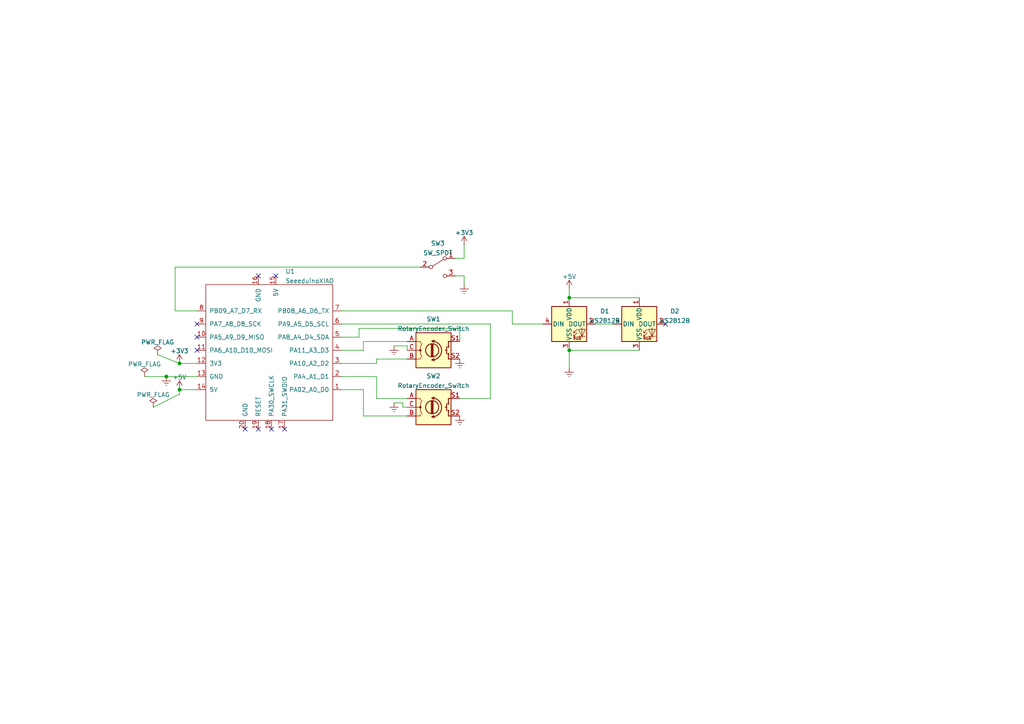
<source format=kicad_sch>
(kicad_sch (version 20211123) (generator eeschema)
  (paper "A4")
  (lib_symbols
    (symbol "Device:RotaryEncoder_Switch" (pin_names (offset 0.254) hide)
      (property "Reference" "SW" (at 0 6.604 0))
      (property "Value" "RotaryEncoder_Switch" (at 0 -6.604 0))
      (symbol "RotaryEncoder_Switch_0_1"
        (rectangle (start -5.08 5.08) (end 5.08 -5.08) (stroke (width 0.254)) (fill (type background)))
        (circle (center -3.81 0) (radius 0.254) (fill (type outline)))
        (arc (start -0.381 -2.794) (mid 2.3622 -0.0635) (end -0.381 2.667) (stroke (width 0.254)))
        (circle (center -0.381 0) (radius 1.905) (stroke (width 0.254)))
        (polyline (pts (xy -0.635 -1.778) (xy -0.635 1.778)) (stroke (width 0.254)))
        (polyline (pts (xy -0.381 -1.778) (xy -0.381 1.778)) (stroke (width 0.254)))
        (polyline (pts (xy -0.127 1.778) (xy -0.127 -1.778)) (stroke (width 0.254)))
        (polyline (pts (xy 3.81 0) (xy 3.429 0)) (stroke (width 0.254)))
        (polyline (pts (xy 3.81 1.016) (xy 3.81 -1.016)) (stroke (width 0.254)))
        (polyline (pts (xy -5.08 -2.54) (xy -3.81 -2.54) (xy -3.81 -2.032)))
        (polyline (pts (xy -5.08 2.54) (xy -3.81 2.54) (xy -3.81 2.032)))
        (polyline (pts (xy 0.254 -3.048) (xy -0.508 -2.794) (xy 0.127 -2.413)) (stroke (width 0.254)))
        (polyline (pts (xy 0.254 2.921) (xy -0.508 2.667) (xy 0.127 2.286)) (stroke (width 0.254)))
        (polyline (pts (xy 5.08 -2.54) (xy 4.318 -2.54) (xy 4.318 -1.016)) (stroke (width 0.254)))
        (polyline (pts (xy 5.08 2.54) (xy 4.318 2.54) (xy 4.318 1.016)) (stroke (width 0.254)))
        (polyline (pts (xy -5.08 0) (xy -3.81 0) (xy -3.81 -1.016) (xy -3.302 -2.032)))
        (polyline (pts (xy -4.318 0) (xy -3.81 0) (xy -3.81 1.016) (xy -3.302 2.032)))
        (circle (center 4.318 -1.016) (radius 0.127) (stroke (width 0.254)))
        (circle (center 4.318 1.016) (radius 0.127) (stroke (width 0.254)))
      )
      (symbol "RotaryEncoder_Switch_1_1"
        (pin passive line (at -7.62 2.54 0) (length 2.54) (name "A") (number "A"))
        (pin passive line (at -7.62 -2.54 0) (length 2.54) (name "B") (number "B"))
        (pin passive line (at -7.62 0 0) (length 2.54) (name "C") (number "C"))
        (pin passive line (at 7.62 2.54 180) (length 2.54) (name "S1") (number "S1"))
        (pin passive line (at 7.62 -2.54 180) (length 2.54) (name "S2") (number "S2"))
      )
    )
    (symbol "LED:WS2812B" (pin_names (offset 0.254))
      (property "Reference" "D" (at 5.08 5.715 0))
      (property "Value" "WS2812B" (at 1.27 -5.715 0))
      (symbol "WS2812B_0_0"
        (text "RGB" (at 2.286 -4.191 0) (effects (font (size 0.762 0.762))))
      )
      (symbol "WS2812B_0_1"
        (polyline (pts (xy 1.27 -3.556) (xy 1.778 -3.556)))
        (polyline (pts (xy 1.27 -2.54) (xy 1.778 -2.54)))
        (polyline (pts (xy 4.699 -3.556) (xy 2.667 -3.556)))
        (polyline (pts (xy 2.286 -2.54) (xy 1.27 -3.556) (xy 1.27 -3.048)))
        (polyline (pts (xy 2.286 -1.524) (xy 1.27 -2.54) (xy 1.27 -2.032)))
        (polyline (pts (xy 3.683 -1.016) (xy 3.683 -3.556) (xy 3.683 -4.064)))
        (polyline (pts (xy 4.699 -1.524) (xy 2.667 -1.524) (xy 3.683 -3.556) (xy 4.699 -1.524)))
        (rectangle (start 5.08 5.08) (end -5.08 -5.08) (stroke (width 0.254)) (fill (type background)))
      )
      (symbol "WS2812B_1_1"
        (pin power_in line (at 0 7.62 270) (length 2.54) (name "VDD") (number "1"))
        (pin output line (at 7.62 0 180) (length 2.54) (name "DOUT") (number "2"))
        (pin power_in line (at 0 -7.62 90) (length 2.54) (name "VSS") (number "3"))
        (pin input line (at -7.62 0 0) (length 2.54) (name "DIN") (number "4"))
      )
    )
    (symbol "Seeeduino XIAO:SeeeduinoXIAO" (pin_names (offset 1.016))
      (property "Reference" "U" (at -19.05 22.86 0))
      (property "Value" "SeeeduinoXIAO" (at -12.7 21.59 0))
      (symbol "SeeeduinoXIAO_0_1"
        (rectangle (start -19.05 20.32) (end 17.78 -19.05))
      )
      (symbol "SeeeduinoXIAO_1_1"
        (pin unspecified line (at -21.59 11.43 0) (length 2.54) (name "PA02_A0_D0") (number "1"))
        (pin unspecified line (at 20.32 -3.81 180) (length 2.54) (name "PA5_A9_D9_MISO") (number "10"))
        (pin unspecified line (at 20.32 0 180) (length 2.54) (name "PA6_A10_D10_MOSI") (number "11"))
        (pin unspecified line (at 20.32 3.81 180) (length 2.54) (name "3V3") (number "12"))
        (pin unspecified line (at 20.32 7.62 180) (length 2.54) (name "GND") (number "13"))
        (pin unspecified line (at 20.32 11.43 180) (length 2.54) (name "5V") (number "14"))
        (pin input line (at -2.54 -21.59 90) (length 2.54) (name "5V") (number "15"))
        (pin input line (at 2.54 -21.59 90) (length 2.54) (name "GND") (number "16"))
        (pin input line (at -5.08 22.86 270) (length 2.54) (name "PA31_SWDIO") (number "17"))
        (pin input line (at -1.27 22.86 270) (length 2.54) (name "PA30_SWCLK") (number "18"))
        (pin input line (at 2.54 22.86 270) (length 2.54) (name "RESET") (number "19"))
        (pin unspecified line (at -21.59 7.62 0) (length 2.54) (name "PA4_A1_D1") (number "2"))
        (pin input line (at 6.35 22.86 270) (length 2.54) (name "GND") (number "20"))
        (pin unspecified line (at -21.59 3.81 0) (length 2.54) (name "PA10_A2_D2") (number "3"))
        (pin unspecified line (at -21.59 0 0) (length 2.54) (name "PA11_A3_D3") (number "4"))
        (pin unspecified line (at -21.59 -3.81 0) (length 2.54) (name "PA8_A4_D4_SDA") (number "5"))
        (pin unspecified line (at -21.59 -7.62 0) (length 2.54) (name "PA9_A5_D5_SCL") (number "6"))
        (pin unspecified line (at -21.59 -11.43 0) (length 2.54) (name "PB08_A6_D6_TX") (number "7"))
        (pin unspecified line (at 20.32 -11.43 180) (length 2.54) (name "PB09_A7_D7_RX") (number "8"))
        (pin unspecified line (at 20.32 -7.62 180) (length 2.54) (name "PA7_A8_D8_SCK") (number "9"))
      )
    )
    (symbol "Switch:SW_SPDT" (pin_names (offset 0) hide)
      (property "Reference" "SW" (at 0 4.318 0))
      (property "Value" "SW_SPDT" (at 0 -5.08 0))
      (symbol "SW_SPDT_0_0"
        (circle (center -2.032 0) (radius 0.508))
        (circle (center 2.032 -2.54) (radius 0.508))
      )
      (symbol "SW_SPDT_0_1"
        (polyline (pts (xy -1.524 0.254) (xy 1.651 2.286)))
        (circle (center 2.032 2.54) (radius 0.508))
      )
      (symbol "SW_SPDT_1_1"
        (pin passive line (at 5.08 2.54 180) (length 2.54) (name "A") (number "1"))
        (pin passive line (at -5.08 0 0) (length 2.54) (name "B") (number "2"))
        (pin passive line (at 5.08 -2.54 180) (length 2.54) (name "C") (number "3"))
      )
    )
    (symbol "power:+3V3" (power) (pin_names (offset 0))
      (property "Value" "+3V3" (at 0 3.556 0))
      (symbol "+3V3_0_1"
        (polyline (pts (xy -0.762 1.27) (xy 0 2.54)))
        (polyline (pts (xy 0 0) (xy 0 2.54)))
        (polyline (pts (xy 0 2.54) (xy 0.762 1.27)))
      )
      (symbol "+3V3_1_1"
        (pin power_in line (at 0 0 90) (length 0) hide (name "+3V3") (number "1"))
      )
    )
    (symbol "power:+5V" (power) (pin_names (offset 0))
      (property "Value" "+5V" (at 0 3.556 0))
      (symbol "+5V_0_1"
        (polyline (pts (xy -0.762 1.27) (xy 0 2.54)))
        (polyline (pts (xy 0 0) (xy 0 2.54)))
        (polyline (pts (xy 0 2.54) (xy 0.762 1.27)))
      )
      (symbol "+5V_1_1"
        (pin power_in line (at 0 0 90) (length 0) hide (name "+5V") (number "1"))
      )
    )
    (symbol "power:Earth" (power) (pin_names (offset 0))
      (symbol "Earth_0_1"
        (polyline (pts (xy -0.635 -1.905) (xy 0.635 -1.905)))
        (polyline (pts (xy -0.127 -2.54) (xy 0.127 -2.54)))
        (polyline (pts (xy 0 -1.27) (xy 0 0)))
        (polyline (pts (xy 1.27 -1.27) (xy -1.27 -1.27)))
      )
      (symbol "Earth_1_1"
        (pin power_in line (at 0 0 270) (length 0) hide (name "Earth") (number "1"))
      )
    )
    (symbol "power:PWR_FLAG" (power) (pin_numbers hide) (pin_names (offset 0) hide)
      (property "Value" "PWR_FLAG" (at 0 3.81 0))
      (symbol "PWR_FLAG_0_0"
        (pin power_out line (at 0 0 90) (length 0) (name "pwr") (number "1"))
      )
      (symbol "PWR_FLAG_0_1"
        (polyline (pts (xy 0 0) (xy 0 1.27) (xy -1.016 1.905) (xy 0 2.54) (xy 1.016 1.905) (xy 0 1.27)))
      )
    )
  )
  (junction (at 48.26 109.22))
  (junction (at 52.07 113.03))
  (junction (at 165.1 86.36))
  (junction (at 165.1 101.6))
  (junction (at 52.07 105.41))
  (no_connect (at 74.93 80.01))
  (no_connect (at 57.15 97.79))
  (no_connect (at 57.15 93.98))
  (no_connect (at 57.15 101.6))
  (no_connect (at 74.93 124.46))
  (no_connect (at 71.12 124.46))
  (no_connect (at 78.74 124.46))
  (no_connect (at 82.55 124.46))
  (no_connect (at 80.01 80.01))
  (no_connect (at 193.04 93.98))
  (wire (pts (xy 99.06 113.03) (xy 105.41 113.03)))
  (wire (pts (xy 165.1 86.36) (xy 185.42 86.36)))
  (wire (pts (xy 134.62 71.12) (xy 134.62 74.93)))
  (wire (pts (xy 118.11 100.33) (xy 114.3 100.33)))
  (wire (pts (xy 52.07 114.3) (xy 52.07 113.03)))
  (wire (pts (xy 41.91 109.22) (xy 48.26 109.22)))
  (wire (pts (xy 99.06 105.41) (xy 109.22 105.41)))
  (wire (pts (xy 142.24 115.57) (xy 142.24 93.98)))
  (wire (pts (xy 109.22 105.41) (xy 109.22 104.14)))
  (wire (pts (xy 44.45 118.11) (xy 52.07 114.3)))
  (wire (pts (xy 118.11 99.06) (xy 105.41 99.06)))
  (wire (pts (xy 133.35 115.57) (xy 142.24 115.57)))
  (wire (pts (xy 133.35 99.06) (xy 133.35 95.25)))
  (wire (pts (xy 48.26 109.22) (xy 57.15 109.22)))
  (wire (pts (xy 172.72 93.98) (xy 177.8 93.98)))
  (wire (pts (xy 99.06 109.22) (xy 109.22 109.22)))
  (wire (pts (xy 148.59 93.98) (xy 148.59 90.17)))
  (wire (pts (xy 104.14 95.25) (xy 104.14 97.79)))
  (wire (pts (xy 52.07 113.03) (xy 57.15 113.03)))
  (wire (pts (xy 116.84 118.11) (xy 116.84 116.84)))
  (wire (pts (xy 121.92 77.47) (xy 50.8 77.47)))
  (wire (pts (xy 105.41 99.06) (xy 105.41 101.6)))
  (wire (pts (xy 109.22 115.57) (xy 118.11 115.57)))
  (wire (pts (xy 105.41 101.6) (xy 99.06 101.6)))
  (wire (pts (xy 118.11 120.65) (xy 105.41 120.65)))
  (wire (pts (xy 133.35 95.25) (xy 104.14 95.25)))
  (wire (pts (xy 52.07 105.41) (xy 57.15 105.41)))
  (wire (pts (xy 132.08 74.93) (xy 134.62 74.93)))
  (wire (pts (xy 109.22 109.22) (xy 109.22 115.57)))
  (wire (pts (xy 118.11 101.6) (xy 118.11 100.33)))
  (wire (pts (xy 105.41 113.03) (xy 105.41 120.65)))
  (wire (pts (xy 134.62 80.01) (xy 134.62 82.55)))
  (wire (pts (xy 50.8 77.47) (xy 50.8 90.17)))
  (wire (pts (xy 165.1 101.6) (xy 185.42 101.6)))
  (wire (pts (xy 148.59 90.17) (xy 99.06 90.17)))
  (wire (pts (xy 142.24 93.98) (xy 99.06 93.98)))
  (wire (pts (xy 165.1 83.82) (xy 165.1 86.36)))
  (wire (pts (xy 148.59 93.98) (xy 157.48 93.98)))
  (wire (pts (xy 118.11 118.11) (xy 116.84 118.11)))
  (wire (pts (xy 116.84 116.84) (xy 114.3 116.84)))
  (wire (pts (xy 132.08 80.01) (xy 134.62 80.01)))
  (wire (pts (xy 45.72 102.87) (xy 52.07 105.41)))
  (wire (pts (xy 50.8 90.17) (xy 57.15 90.17)))
  (wire (pts (xy 104.14 97.79) (xy 99.06 97.79)))
  (wire (pts (xy 109.22 104.14) (xy 118.11 104.14)))
  (wire (pts (xy 165.1 101.6) (xy 165.1 106.68)))
  (symbol (lib_id "Device:RotaryEncoder_Switch") (at 125.73 118.11 0) (unit 1)
    (property "Reference" "SW2" (at 125.73 109.0635 0))
    (property "Value" "RotaryEncoder_Switch" (at 125.73 111.8386 0))
    (property "Footprint" "Rotary_Encoder:RotaryEncoder_Alps_EC12E-Switch_Vertical_H20mm" (effects hide))
  )
  (symbol (lib_id "power:Earth") (at 114.3 100.33 0) (unit 1)
    (property "Reference" "#PWR04" (effects hide))
    (property "Value" "Earth" (effects hide))
  )
  (symbol (lib_id "Device:RotaryEncoder_Switch") (at 125.73 101.6 0) (unit 1)
    (property "Reference" "SW1" (at 125.73 92.5535 0))
    (property "Value" "RotaryEncoder_Switch" (at 125.73 95.3286 0))
    (property "Footprint" "Rotary_Encoder:RotaryEncoder_Alps_EC12E-Switch_Vertical_H20mm" (effects hide))
  )
  (symbol (lib_id "power:PWR_FLAG") (at 45.72 102.87 0) (unit 1)
    (property "Reference" "#FLG0102" (effects hide))
    (property "Value" "PWR_FLAG" (at 45.72 99.2655 0))
  )
  (symbol (lib_id "power:+3V3") (at 134.62 71.12 0) (unit 1)
    (property "Reference" "#PWR06" (effects hide))
    (property "Value" "+3V3" (at 134.62 67.5155 0))
  )
  (symbol (lib_id "power:PWR_FLAG") (at 44.45 118.11 0) (unit 1)
    (property "Reference" "#FLG0101" (effects hide))
    (property "Value" "PWR_FLAG" (at 44.45 114.5055 0))
  )
  (symbol (lib_id "power:Earth") (at 114.3 116.84 0) (unit 1)
    (property "Reference" "#PWR05" (effects hide))
    (property "Value" "Earth" (effects hide))
  )
  (symbol (lib_id "LED:WS2812B") (at 165.1 93.98 0) (unit 1)
    (property "Reference" "D1" (at 175.4059 90.2548 0))
    (property "Value" "WS2812B" (at 175.4059 93.0299 0))
    (property "Footprint" "Seeeduino XIAO KICAD:LED_WS2812B_PLCC4_5.0x5.0mm_P3.2mm_longpads" (effects hide))
    (property "Datasheet" "https://cdn-shop.adafruit.com/datasheets/WS2812B.pdf" (effects hide))
  )
  (symbol (lib_id "Switch:SW_SPDT") (at 127 77.47 0) (unit 1)
    (property "Reference" "SW3" (at 127 70.5825 0))
    (property "Value" "SW_SPDT" (at 127 73.3576 0))
    (property "Footprint" "Button_Switch_SMD:SW_SPDT_CK-JS102011SAQN" (effects hide))
  )
  (symbol (lib_id "power:Earth") (at 165.1 106.68 0) (unit 1)
    (property "Reference" "#PWR09" (effects hide))
    (property "Value" "Earth" (effects hide))
  )
  (symbol (lib_id "power:+3V3") (at 52.07 105.41 0) (unit 1)
    (property "Reference" "#PWR02" (effects hide))
    (property "Value" "+3V3" (at 52.07 101.8055 0))
  )
  (symbol (lib_id "power:PWR_FLAG") (at 41.91 109.22 0) (unit 1)
    (property "Reference" "#FLG0103" (effects hide))
    (property "Value" "PWR_FLAG" (at 41.91 105.6155 0))
  )
  (symbol (lib_id "power:+5V") (at 165.1 83.82 0) (unit 1)
    (property "Reference" "#PWR08" (effects hide))
    (property "Value" "+5V" (at 165.1 80.2155 0))
  )
  (symbol (lib_id "power:+5V") (at 52.07 113.03 0) (unit 1)
    (property "Reference" "#PWR03" (effects hide))
    (property "Value" "+5V" (at 52.07 109.4255 0))
  )
  (symbol (lib_id "LED:WS2812B") (at 185.42 93.98 0) (unit 1)
    (property "Reference" "D2" (at 195.7259 90.2548 0))
    (property "Value" "WS2812B" (at 195.7259 93.0299 0))
    (property "Footprint" "Seeeduino XIAO KICAD:LED_WS2812B_PLCC4_5.0x5.0mm_P3.2mm_longpads" (effects hide))
    (property "Datasheet" "https://cdn-shop.adafruit.com/datasheets/WS2812B.pdf" (effects hide))
  )
  (symbol (lib_id "power:Earth") (at 133.35 120.65 0) (unit 1)
    (property "Reference" "#PWR0101" (effects hide))
    (property "Value" "Earth" (effects hide))
  )
  (symbol (lib_id "power:Earth") (at 133.35 104.14 0) (unit 1)
    (property "Reference" "#PWR0102" (effects hide))
    (property "Value" "Earth" (effects hide))
  )
  (symbol (lib_id "Seeeduino XIAO:SeeeduinoXIAO") (at 77.47 101.6 180) (unit 1)
    (property "Reference" "U1" (at 82.7787 78.7105 0) (effects (justify right)))
    (property "Value" "SeeeduinoXIAO" (at 82.7787 81.4856 0) (effects (justify right)))
    (property "Footprint" "Seeeduino XIAO KICAD:Seeeduino XIAO-MOUDLE14P-2.54-21X17.8MM" (effects hide))
  )
  (symbol (lib_id "power:Earth") (at 48.26 109.22 0) (unit 1)
    (property "Reference" "#PWR01" (effects hide))
    (property "Value" "Earth" (effects hide))
  )
  (symbol (lib_id "power:Earth") (at 134.62 82.55 0) (unit 1)
    (property "Reference" "#PWR07" (effects hide))
    (property "Value" "Earth" (effects hide))
  )
)
</source>
